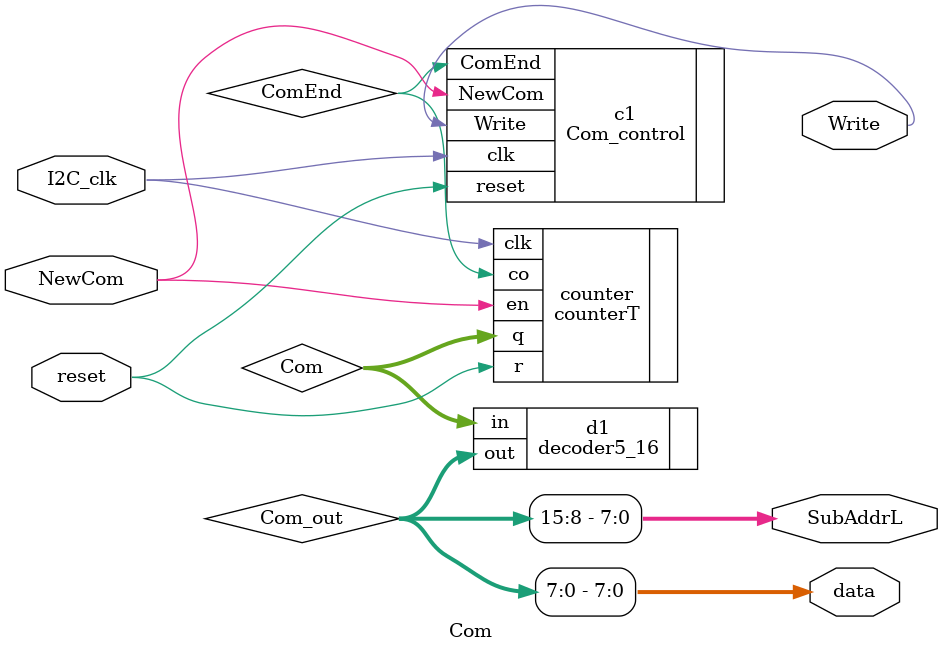
<source format=v>
module Com(I2C_clk, NewCom, reset, SubAddrL, data, Write);
    input I2C_clk, NewCom, reset;
    output Write;
    output [7:0] SubAddrL, data;
    
    wire ComEnd;
    wire [4:0] Com;
    //5????
    counterT #(.n(32), .counter_bits(5)) 
              counter(.clk(I2C_clk), .en(NewCom), .r(reset), .q(Com), .co(ComEnd));
    //???????          
    Com_control c1(.reset(reset), .Write(Write), .ComEnd(ComEnd), .NewCom(NewCom), .clk(I2C_clk));
    
    wire [15:0] Com_out;
    //???????20???????????????
    decoder5_16 d1 (.in(Com), .out(Com_out));
    assign data = Com_out[7:0];
    assign SubAddrL = Com_out[15:8];   
endmodule
</source>
